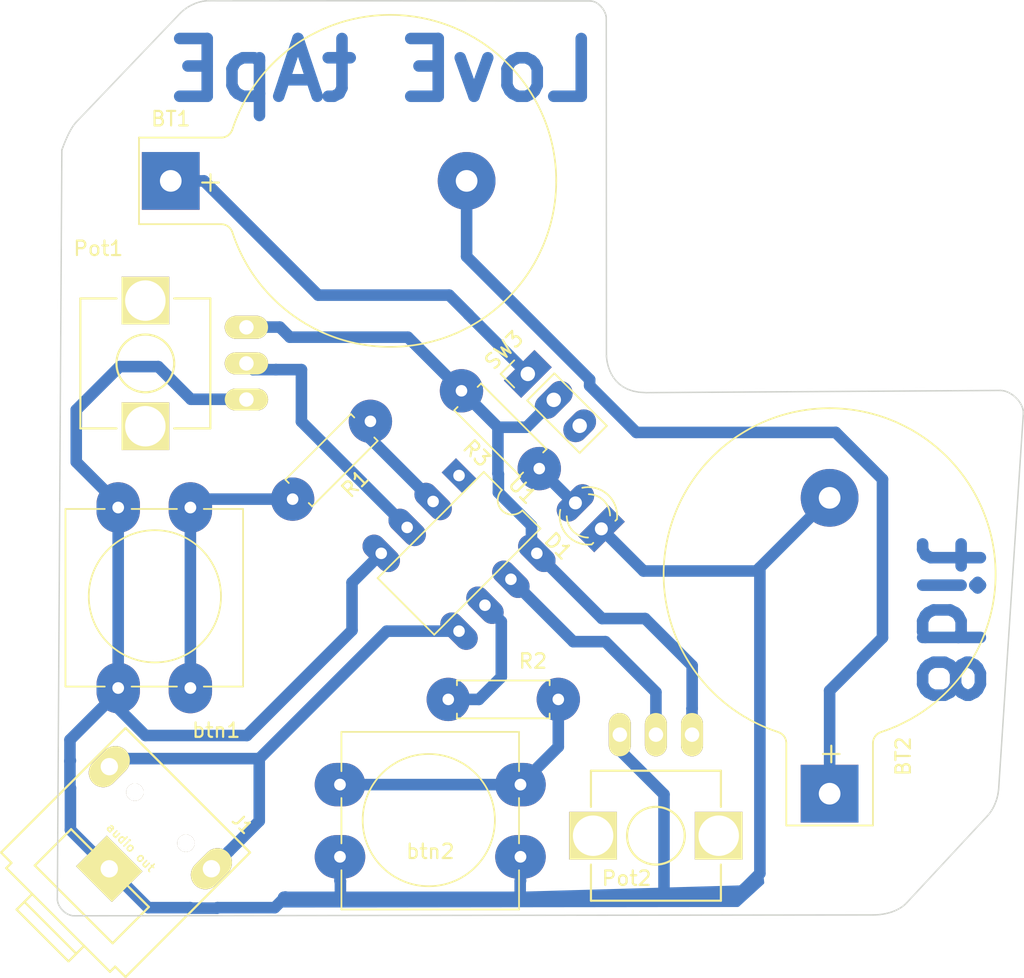
<source format=kicad_pcb>
(kicad_pcb (version 4) (host pcbnew 4.0.7+dfsg1-1)

  (general
    (links 26)
    (no_connects 1)
    (area 106.132098 66.394926 200.884438 152.429111)
    (thickness 1.6)
    (drawings 174)
    (tracks 123)
    (zones 0)
    (modules 13)
    (nets 17)
  )

  (page A4)
  (title_block
    (title 8bitLoveTape)
    (date 2018-02-20)
    (rev 0.22)
    (company "by mitoufflon")
    (comment 1 "based on 8bitMixTapeManila")
    (comment 2 "ATtiny85 one liner synth")
  )

  (layers
    (0 F.Cu signal)
    (31 B.Cu signal)
    (32 B.Adhes user)
    (33 F.Adhes user)
    (34 B.Paste user)
    (35 F.Paste user)
    (36 B.SilkS user)
    (37 F.SilkS user)
    (38 B.Mask user)
    (39 F.Mask user)
    (40 Dwgs.User user hide)
    (41 Cmts.User user)
    (42 Eco1.User user hide)
    (43 Eco2.User user hide)
    (44 Edge.Cuts user)
    (45 Margin user hide)
    (46 B.CrtYd user)
    (47 F.CrtYd user)
    (48 B.Fab user)
    (49 F.Fab user)
  )

  (setup
    (last_trace_width 0.8)
    (trace_clearance 0.8)
    (zone_clearance 0.508)
    (zone_45_only no)
    (trace_min 0.8)
    (segment_width 0.2)
    (edge_width 0.1)
    (via_size 0.6)
    (via_drill 0.4)
    (via_min_size 0.4)
    (via_min_drill 0.3)
    (uvia_size 0.3)
    (uvia_drill 0.1)
    (uvias_allowed no)
    (uvia_min_size 0.2)
    (uvia_min_drill 0.1)
    (pcb_text_width 0.3)
    (pcb_text_size 1.5 1.5)
    (mod_edge_width 0.15)
    (mod_text_size 1 1)
    (mod_text_width 0.15)
    (pad_size 3.5 3)
    (pad_drill 0.8128)
    (pad_to_mask_clearance 0)
    (aux_axis_origin 133.91 129.91)
    (visible_elements FFFFFFFF)
    (pcbplotparams
      (layerselection 0x01000_80000000)
      (usegerberextensions false)
      (excludeedgelayer true)
      (linewidth 1.000000)
      (plotframeref false)
      (viasonmask false)
      (mode 1)
      (useauxorigin true)
      (hpglpennumber 1)
      (hpglpenspeed 20)
      (hpglpendiameter 15)
      (hpglpenoverlay 2)
      (psnegative false)
      (psa4output false)
      (plotreference true)
      (plotvalue true)
      (plotinvisibletext false)
      (padsonsilk false)
      (subtractmaskfromsilk false)
      (outputformat 1)
      (mirror false)
      (drillshape 0)
      (scaleselection 1)
      (outputdirectory ../gerber_8bitLoveTape/))
  )

  (net 0 "")
  (net 1 "Net-(BT1-Pad2)")
  (net 2 VCC)
  (net 3 GND)
  (net 4 "Net-(D1-Pad2)")
  (net 5 "Net-(R1-Pad2)")
  (net 6 "Net-(R2-Pad2)")
  (net 7 "Net-(BT1-Pad1)")
  (net 8 "Net-(J1-Pad2)")
  (net 9 "Net-(R2-Pad1)")
  (net 10 "Net-(Pot1-Pad2)")
  (net 11 "Net-(Pot2-Pad2)")
  (net 12 "Net-(R1-Pad1)")
  (net 13 "Net-(J1-Pad4)")
  (net 14 "Net-(J1-Pad5)")
  (net 15 "Net-(SW3-Pad3)")
  (net 16 "Net-(U1-Pad1)")

  (net_class Default "Ceci est la Netclass par défaut"
    (clearance 0.8)
    (trace_width 0.8)
    (via_dia 0.6)
    (via_drill 0.4)
    (uvia_dia 0.3)
    (uvia_drill 0.1)
    (add_net GND)
    (add_net "Net-(BT1-Pad1)")
    (add_net "Net-(BT1-Pad2)")
    (add_net "Net-(D1-Pad2)")
    (add_net "Net-(J1-Pad2)")
    (add_net "Net-(J1-Pad4)")
    (add_net "Net-(J1-Pad5)")
    (add_net "Net-(Pot1-Pad2)")
    (add_net "Net-(Pot2-Pad2)")
    (add_net "Net-(R1-Pad1)")
    (add_net "Net-(R1-Pad2)")
    (add_net "Net-(R2-Pad1)")
    (add_net "Net-(R2-Pad2)")
    (add_net "Net-(SW3-Pad3)")
    (add_net "Net-(U1-Pad1)")
    (add_net VCC)
  )

  (net_class yo ""
    (clearance 0.6)
    (trace_width 0.8)
    (via_dia 0.6)
    (via_drill 0.4)
    (uvia_dia 0.3)
    (uvia_drill 0.1)
  )

  (module Resistors_THT:R_Axial_DIN0207_L6.3mm_D2.5mm_P7.62mm_Horizontal (layer F.Cu) (tedit 5A858326) (tstamp 5975EEEA)
    (at 155.618154 95.621846 225)
    (descr "Resistor, Axial_DIN0207 series, Axial, Horizontal, pin pitch=7.62mm, 0.25W = 1/4W, length*diameter=6.3*2.5mm^2, http://cdn-reichelt.de/documents/datenblatt/B400/1_4W%23YAG.pdf")
    (tags "Resistor Axial_DIN0207 series Axial Horizontal pin pitch 7.62mm 0.25W = 1/4W length 6.3mm diameter 2.5mm")
    (path /59480974)
    (fp_text reference R1 (at 3.81 -2.31 225) (layer F.SilkS)
      (effects (font (size 1 1) (thickness 0.15)))
    )
    (fp_text value 12K (at 3.667828 0.097403 225) (layer F.Fab)
      (effects (font (size 1 1) (thickness 0.15)))
    )
    (fp_line (start 0.66 -1.25) (end 0.66 1.25) (layer F.Fab) (width 0.1))
    (fp_line (start 0.66 1.25) (end 6.96 1.25) (layer F.Fab) (width 0.1))
    (fp_line (start 6.96 1.25) (end 6.96 -1.25) (layer F.Fab) (width 0.1))
    (fp_line (start 6.96 -1.25) (end 0.66 -1.25) (layer F.Fab) (width 0.1))
    (fp_line (start 0 0) (end 0.66 0) (layer F.Fab) (width 0.1))
    (fp_line (start 7.62 0) (end 6.96 0) (layer F.Fab) (width 0.1))
    (fp_line (start 0.6 -0.98) (end 0.6 -1.31) (layer F.SilkS) (width 0.12))
    (fp_line (start 0.6 -1.31) (end 7.02 -1.31) (layer F.SilkS) (width 0.12))
    (fp_line (start 7.02 -1.31) (end 7.02 -0.98) (layer F.SilkS) (width 0.12))
    (fp_line (start 0.6 0.98) (end 0.6 1.31) (layer F.SilkS) (width 0.12))
    (fp_line (start 0.6 1.31) (end 7.02 1.31) (layer F.SilkS) (width 0.12))
    (fp_line (start 7.02 1.31) (end 7.02 0.98) (layer F.SilkS) (width 0.12))
    (fp_line (start -1.05 -1.6) (end -1.05 1.6) (layer F.CrtYd) (width 0.05))
    (fp_line (start -1.05 1.6) (end 8.7 1.6) (layer F.CrtYd) (width 0.05))
    (fp_line (start 8.7 1.6) (end 8.7 -1.6) (layer F.CrtYd) (width 0.05))
    (fp_line (start 8.7 -1.6) (end -1.05 -1.6) (layer F.CrtYd) (width 0.05))
    (pad 1 thru_hole circle (at 0 0 225) (size 3 3) (drill 0.8) (layers *.Cu *.Mask)
      (net 12 "Net-(R1-Pad1)"))
    (pad 2 thru_hole circle (at 7.62 0 225) (size 3 3) (drill 0.8) (layers *.Cu *.Mask)
      (net 5 "Net-(R1-Pad2)"))
    (model Resistors_THT.3dshapes/R_Axial_DIN0207_L6.3mm_D2.5mm_P7.62mm_Horizontal.wrl
      (at (xyz 0 0 0))
      (scale (xyz 0.393701 0.393701 0.393701))
      (rotate (xyz 0 0 0))
    )
  )

  (module Housings_DIP:DIP-8_W7.62mm (layer F.Cu) (tedit 5A8B4FAF) (tstamp 5A5F3FA5)
    (at 161.754707 99.376142 315)
    (descr "8-lead dip package, row spacing 7.62 mm (300 mils)")
    (tags "DIL DIP PDIP 2.54mm 7.62mm 300mil")
    (path /5A5EB20B)
    (fp_text reference U1 (at 3.81 -2.39 315) (layer F.SilkS)
      (effects (font (size 1 1) (thickness 0.15)))
    )
    (fp_text value ATTINY85-20PU (at 3.86 4.9 405) (layer F.Fab)
      (effects (font (size 1 1) (thickness 0.15)))
    )
    (fp_text user %R (at 7.56 3.64 315) (layer F.Fab)
      (effects (font (size 1 1) (thickness 0.15)))
    )
    (fp_line (start 1.635 -1.27) (end 6.985 -1.27) (layer F.Fab) (width 0.1))
    (fp_line (start 6.985 -1.27) (end 6.985 8.89) (layer F.Fab) (width 0.1))
    (fp_line (start 6.985 8.89) (end 0.635 8.89) (layer F.Fab) (width 0.1))
    (fp_line (start 0.635 8.89) (end 0.635 -0.27) (layer F.Fab) (width 0.1))
    (fp_line (start 0.635 -0.27) (end 1.635 -1.27) (layer F.Fab) (width 0.1))
    (fp_line (start 2.81 -1.39) (end 1.04 -1.39) (layer F.SilkS) (width 0.12))
    (fp_line (start 1.04 -1.39) (end 1.04 9.01) (layer F.SilkS) (width 0.12))
    (fp_line (start 1.04 9.01) (end 6.58 9.01) (layer F.SilkS) (width 0.12))
    (fp_line (start 6.58 9.01) (end 6.58 -1.39) (layer F.SilkS) (width 0.12))
    (fp_line (start 6.58 -1.39) (end 4.81 -1.39) (layer F.SilkS) (width 0.12))
    (fp_line (start -1.1 -1.6) (end -1.1 9.2) (layer F.CrtYd) (width 0.05))
    (fp_line (start -1.1 9.2) (end 8.7 9.2) (layer F.CrtYd) (width 0.05))
    (fp_line (start 8.7 9.2) (end 8.7 -1.6) (layer F.CrtYd) (width 0.05))
    (fp_line (start 8.7 -1.6) (end -1.1 -1.6) (layer F.CrtYd) (width 0.05))
    (fp_arc (start 3.81 -1.39) (end 2.81 -1.39) (angle -180) (layer F.SilkS) (width 0.12))
    (pad 1 thru_hole rect (at 0 0 315) (size 2 1.4) (drill 0.8) (layers *.Cu *.Mask)
      (net 16 "Net-(U1-Pad1)"))
    (pad 5 thru_hole oval (at 7.62 7.62 315) (size 3 1.6) (drill 0.8) (layers *.Cu *.Mask)
      (net 8 "Net-(J1-Pad2)"))
    (pad 2 thru_hole oval (at 0 2.54 315) (size 3 1.6) (drill 0.8) (layers *.Cu *.Mask)
      (net 12 "Net-(R1-Pad1)"))
    (pad 6 thru_hole oval (at 7.62 5.08 315) (size 3 1.6) (drill 0.8) (layers *.Cu *.Mask)
      (net 9 "Net-(R2-Pad1)"))
    (pad 3 thru_hole oval (at 0 5.079999 315) (size 3 1.6) (drill 0.8) (layers *.Cu *.Mask)
      (net 10 "Net-(Pot1-Pad2)"))
    (pad 7 thru_hole oval (at 7.62 2.54 315) (size 3 1.6) (drill 0.8) (layers *.Cu *.Mask)
      (net 11 "Net-(Pot2-Pad2)"))
    (pad 4 thru_hole oval (at 0 7.62 315) (size 3 1.6) (drill 0.8) (layers *.Cu *.Mask)
      (net 3 GND))
    (pad 8 thru_hole oval (at 7.62 0 315) (size 3 1.6) (drill 0.8) (layers *.Cu *.Mask)
      (net 2 VCC))
    (model ${KISYS3DMOD}/Housings_DIP.3dshapes/DIP-8_W7.62mm.wrl
      (at (xyz 0 0 0))
      (scale (xyz 1 1 1))
      (rotate (xyz 0 0 0))
    )
  )

  (module lib_Moi:Tayda_3.5mm_stereo_TRS_jack_A-853 (layer F.Cu) (tedit 5A8D40F3) (tstamp 5A5F3F40)
    (at 138.660599 125.482524 135)
    (path /5A5F28BB)
    (fp_text reference J1 (at -4.318 7.112 135) (layer F.SilkS)
      (effects (font (size 0.8 0.8) (thickness 0.15)))
    )
    (fp_text value "audio out" (at 0 0.508 135) (layer F.SilkS)
      (effects (font (size 0.6 0.6) (thickness 0.1)))
    )
    (fp_line (start -1.778 -1.524) (end -3.81 -1.524) (layer F.SilkS) (width 0.15))
    (fp_line (start -3.81 -1.524) (end -3.81 -5.08) (layer F.SilkS) (width 0.15))
    (fp_line (start -3.81 -5.08) (end 3.81 -5.08) (layer F.SilkS) (width 0.15))
    (fp_line (start 3.81 -5.08) (end 3.81 -1.524) (layer F.SilkS) (width 0.15))
    (fp_line (start 3.81 -1.524) (end 1.778 -1.524) (layer F.SilkS) (width 0.15))
    (fp_line (start -5.08 -6.096) (end -6.096 -6.096) (layer F.SilkS) (width 0.15))
    (fp_line (start 6.096 -6.096) (end 5.08 -6.096) (layer F.SilkS) (width 0.15))
    (fp_line (start -2.54 -8.128) (end -2.54 -6.604) (layer F.SilkS) (width 0.15))
    (fp_line (start 2.54 -6.604) (end 2.54 -8.128) (layer F.SilkS) (width 0.15))
    (fp_line (start -2.54 -7.366) (end 2.54 -7.366) (layer F.SilkS) (width 0.15))
    (fp_line (start -5.08 -6.096) (end -5.08 -6.35) (layer F.SilkS) (width 0.15))
    (fp_line (start -5.08 -6.35) (end -5.08 -6.604) (layer F.SilkS) (width 0.15))
    (fp_line (start -5.08 -6.604) (end 5.08 -6.604) (layer F.SilkS) (width 0.15))
    (fp_line (start 5.08 -6.604) (end 5.08 -6.096) (layer F.SilkS) (width 0.15))
    (fp_line (start -2.54 -8.128) (end 2.54 -8.128) (layer F.SilkS) (width 0.15))
    (fp_line (start -6.096 6.096) (end -6.096 -6.096) (layer F.SilkS) (width 0.15))
    (fp_line (start 6.096 -6.096) (end 6.096 6.096) (layer F.SilkS) (width 0.15))
    (fp_line (start 6.096 6.096) (end -6.096 6.096) (layer F.SilkS) (width 0.15))
    (pad 1 thru_hole rect (at 0 -1.595999 135) (size 3.5 3) (drill 1.2) (layers *.Cu *.Mask F.SilkS)
      (net 3 GND))
    (pad 2 thru_hole oval (at 5 3.41 135) (size 2 3.2) (drill 1.2) (layers *.Cu *.Mask F.SilkS)
      (net 8 "Net-(J1-Pad2)"))
    (pad 3 thru_hole oval (at -5 3.41 135) (size 2 3.2) (drill 1.2) (layers *.Cu *.Mask F.SilkS)
      (net 8 "Net-(J1-Pad2)"))
    (pad 4 thru_hole circle (at 2.5 3.41 135) (size 1.2 1.2) (drill 1.2) (layers *.Cu *.Mask F.SilkS)
      (net 13 "Net-(J1-Pad4)"))
    (pad 5 thru_hole circle (at -2.5 3.41 135) (size 1.2 1.2) (drill 1.2) (layers *.Cu *.Mask F.SilkS)
      (net 14 "Net-(J1-Pad5)"))
  )

  (module Resistors_THT:R_Axial_DIN0207_L6.3mm_D2.5mm_P7.62mm_Horizontal (layer F.Cu) (tedit 5A858131) (tstamp 5975EEEF)
    (at 161.01 114.88)
    (descr "Resistor, Axial_DIN0207 series, Axial, Horizontal, pin pitch=7.62mm, 0.25W = 1/4W, length*diameter=6.3*2.5mm^2, http://cdn-reichelt.de/documents/datenblatt/B400/1_4W%23YAG.pdf")
    (tags "Resistor Axial_DIN0207 series Axial Horizontal pin pitch 7.62mm 0.25W = 1/4W length 6.3mm diameter 2.5mm")
    (path /59480951)
    (fp_text reference R2 (at 5.86 -2.65) (layer F.SilkS)
      (effects (font (size 1 1) (thickness 0.15)))
    )
    (fp_text value 12k (at 3.592616 0.212033) (layer F.Fab)
      (effects (font (size 1 1) (thickness 0.15)))
    )
    (fp_line (start 0.66 -1.25) (end 0.66 1.25) (layer F.Fab) (width 0.1))
    (fp_line (start 0.66 1.25) (end 6.96 1.25) (layer F.Fab) (width 0.1))
    (fp_line (start 6.96 1.25) (end 6.96 -1.25) (layer F.Fab) (width 0.1))
    (fp_line (start 6.96 -1.25) (end 0.66 -1.25) (layer F.Fab) (width 0.1))
    (fp_line (start 0 0) (end 0.66 0) (layer F.Fab) (width 0.1))
    (fp_line (start 7.62 0) (end 6.96 0) (layer F.Fab) (width 0.1))
    (fp_line (start 0.6 -0.98) (end 0.6 -1.31) (layer F.SilkS) (width 0.12))
    (fp_line (start 0.6 -1.31) (end 7.02 -1.31) (layer F.SilkS) (width 0.12))
    (fp_line (start 7.02 -1.31) (end 7.02 -0.98) (layer F.SilkS) (width 0.12))
    (fp_line (start 0.6 0.98) (end 0.6 1.31) (layer F.SilkS) (width 0.12))
    (fp_line (start 0.6 1.31) (end 7.02 1.31) (layer F.SilkS) (width 0.12))
    (fp_line (start 7.02 1.31) (end 7.02 0.98) (layer F.SilkS) (width 0.12))
    (fp_line (start -1.05 -1.6) (end -1.05 1.6) (layer F.CrtYd) (width 0.05))
    (fp_line (start -1.05 1.6) (end 8.7 1.6) (layer F.CrtYd) (width 0.05))
    (fp_line (start 8.7 1.6) (end 8.7 -1.6) (layer F.CrtYd) (width 0.05))
    (fp_line (start 8.7 -1.6) (end -1.05 -1.6) (layer F.CrtYd) (width 0.05))
    (pad 1 thru_hole circle (at 0 0) (size 3 3) (drill 0.8) (layers *.Cu *.Mask)
      (net 9 "Net-(R2-Pad1)"))
    (pad 2 thru_hole circle (at 7.62 0) (size 3 3) (drill 0.8) (layers *.Cu *.Mask)
      (net 6 "Net-(R2-Pad2)"))
    (model Resistors_THT.3dshapes/R_Axial_DIN0207_L6.3mm_D2.5mm_P7.62mm_Horizontal.wrl
      (at (xyz 0 0 0))
      (scale (xyz 0.393701 0.393701 0.393701))
      (rotate (xyz 0 0 0))
    )
  )

  (module Resistors_THT:R_Axial_DIN0207_L6.3mm_D2.5mm_P7.62mm_Horizontal (layer F.Cu) (tedit 5A858113) (tstamp 5975EEF4)
    (at 167.312566 98.895309 135)
    (descr "Resistor, Axial_DIN0207 series, Axial, Horizontal, pin pitch=7.62mm, 0.25W = 1/4W, length*diameter=6.3*2.5mm^2, http://cdn-reichelt.de/documents/datenblatt/B400/1_4W%23YAG.pdf")
    (tags "Resistor Axial_DIN0207 series Axial Horizontal pin pitch 7.62mm 0.25W = 1/4W length 6.3mm diameter 2.5mm")
    (path /596E3C0D)
    (fp_text reference R3 (at 3.81 -2.31 135) (layer F.SilkS)
      (effects (font (size 1 1) (thickness 0.15)))
    )
    (fp_text value R (at 4.580549 -0.104126 135) (layer F.Fab)
      (effects (font (size 1 1) (thickness 0.15)))
    )
    (fp_line (start 0.66 -1.25) (end 0.66 1.25) (layer F.Fab) (width 0.1))
    (fp_line (start 0.66 1.25) (end 6.96 1.25) (layer F.Fab) (width 0.1))
    (fp_line (start 6.96 1.25) (end 6.96 -1.25) (layer F.Fab) (width 0.1))
    (fp_line (start 6.96 -1.25) (end 0.66 -1.25) (layer F.Fab) (width 0.1))
    (fp_line (start 0 0) (end 0.66 0) (layer F.Fab) (width 0.1))
    (fp_line (start 7.62 0) (end 6.96 0) (layer F.Fab) (width 0.1))
    (fp_line (start 0.6 -0.98) (end 0.6 -1.31) (layer F.SilkS) (width 0.12))
    (fp_line (start 0.6 -1.31) (end 7.02 -1.31) (layer F.SilkS) (width 0.12))
    (fp_line (start 7.02 -1.31) (end 7.02 -0.98) (layer F.SilkS) (width 0.12))
    (fp_line (start 0.6 0.98) (end 0.6 1.31) (layer F.SilkS) (width 0.12))
    (fp_line (start 0.6 1.31) (end 7.02 1.31) (layer F.SilkS) (width 0.12))
    (fp_line (start 7.02 1.31) (end 7.02 0.98) (layer F.SilkS) (width 0.12))
    (fp_line (start -1.05 -1.6) (end -1.05 1.6) (layer F.CrtYd) (width 0.05))
    (fp_line (start -1.05 1.6) (end 8.7 1.6) (layer F.CrtYd) (width 0.05))
    (fp_line (start 8.7 1.6) (end 8.7 -1.6) (layer F.CrtYd) (width 0.05))
    (fp_line (start 8.7 -1.6) (end -1.05 -1.6) (layer F.CrtYd) (width 0.05))
    (pad 1 thru_hole circle (at 0 0 135) (size 3 3) (drill 0.8) (layers *.Cu *.Mask)
      (net 4 "Net-(D1-Pad2)"))
    (pad 2 thru_hole circle (at 7.62 0 135) (size 3 3) (drill 0.8) (layers *.Cu *.Mask)
      (net 2 VCC))
    (model Resistors_THT.3dshapes/R_Axial_DIN0207_L6.3mm_D2.5mm_P7.62mm_Horizontal.wrl
      (at (xyz 0 0 0))
      (scale (xyz 0.393701 0.393701 0.393701))
      (rotate (xyz 0 0 0))
    )
  )

  (module LEDs:LED_D3.0mm_FlatTop (layer F.Cu) (tedit 5A858602) (tstamp 596E4261)
    (at 171.611775 103.067239 135)
    (descr "LED, Round, FlatTop, diameter 3.0mm, 2 pins, http://www.kingbright.com/attachments/file/psearch/000/00/00/L-47XEC(Ver.9A).pdf")
    (tags "LED Round FlatTop diameter 3.0mm 2 pins")
    (path /596E382E)
    (fp_text reference D1 (at 1.27 -2.96 135) (layer F.SilkS)
      (effects (font (size 1 1) (thickness 0.15)))
    )
    (fp_text value LED (at 1.27 2.96 135) (layer F.Fab)
      (effects (font (size 1 1) (thickness 0.15)))
    )
    (fp_arc (start 1.27 0) (end -0.23 -1.16619) (angle 284.3) (layer F.Fab) (width 0.1))
    (fp_arc (start 1.27 0) (end -0.29 -1.235516) (angle 108.8) (layer F.SilkS) (width 0.12))
    (fp_arc (start 1.27 0) (end -0.29 1.235516) (angle -108.8) (layer F.SilkS) (width 0.12))
    (fp_arc (start 1.27 0) (end 0.229039 -1.08) (angle 87.9) (layer F.SilkS) (width 0.12))
    (fp_arc (start 1.27 0) (end 0.229039 1.08) (angle -87.9) (layer F.SilkS) (width 0.12))
    (fp_circle (center 1.27 0) (end 2.77 0) (layer F.Fab) (width 0.1))
    (fp_line (start -0.23 -1.16619) (end -0.23 1.16619) (layer F.Fab) (width 0.1))
    (fp_line (start -0.29 -1.236) (end -0.29 -1.08) (layer F.SilkS) (width 0.12))
    (fp_line (start -0.29 1.08) (end -0.29 1.236) (layer F.SilkS) (width 0.12))
    (fp_line (start -1.15 -2.25) (end -1.15 2.25) (layer F.CrtYd) (width 0.05))
    (fp_line (start -1.15 2.25) (end 3.7 2.25) (layer F.CrtYd) (width 0.05))
    (fp_line (start 3.7 2.25) (end 3.7 -2.25) (layer F.CrtYd) (width 0.05))
    (fp_line (start 3.7 -2.25) (end -1.15 -2.25) (layer F.CrtYd) (width 0.05))
    (pad 1 thru_hole rect (at 0 0 135) (size 1.6 3) (drill 0.9) (layers *.Cu *.Mask)
      (net 3 GND))
    (pad 2 thru_hole oval (at 2.54 0 135) (size 1.6 3) (drill 0.9) (layers *.Cu *.Mask)
      (net 4 "Net-(D1-Pad2)"))
    (model LEDs.3dshapes/LED_D3.0mm_FlatTop.wrl
      (at (xyz 0 0 0))
      (scale (xyz 0.393701 0.393701 0.393701))
      (rotate (xyz 0 0 0))
    )
  )

  (module Battery_Holders:Keystone_103_1x20mm-CoinCell (layer F.Cu) (tedit 5A857FF9) (tstamp 5A857340)
    (at 141.79 78.97)
    (descr http://www.keyelco.com/product-pdf.cfm?p=719)
    (tags "Keystone type 103 battery holder")
    (path /59480758)
    (fp_text reference BT1 (at 0 -4.3) (layer F.SilkS)
      (effects (font (size 1 1) (thickness 0.15)))
    )
    (fp_text value Battery_Cell (at 15.33 3.51) (layer F.Fab)
      (effects (font (size 1 1) (thickness 0.15)))
    )
    (fp_text user + (at 2.75 0) (layer F.SilkS)
      (effects (font (size 1.5 1.5) (thickness 0.15)))
    )
    (fp_arc (start 15.2 0) (end 4.015 3.6) (angle -162.5) (layer F.CrtYd) (width 0.05))
    (fp_arc (start 15.2 0) (end 4.015 -3.6) (angle 162.5) (layer F.CrtYd) (width 0.05))
    (fp_arc (start 3.5 3.8) (end 3.5 3.25) (angle 70) (layer F.CrtYd) (width 0.05))
    (fp_arc (start 3.5 -3.8) (end 3.5 -3.25) (angle -70) (layer F.CrtYd) (width 0.05))
    (fp_arc (start 15.2 0) (end 4.25 3.5) (angle -162.5) (layer F.SilkS) (width 0.12))
    (fp_arc (start 3.5 3.8) (end 3.5 3) (angle 70) (layer F.SilkS) (width 0.12))
    (fp_arc (start 15.2 0) (end 4.25 -3.5) (angle 162.5) (layer F.SilkS) (width 0.12))
    (fp_arc (start 3.5 -3.8) (end 3.5 -3) (angle -70) (layer F.SilkS) (width 0.12))
    (fp_arc (start 3.5 3.8) (end 3.5 2.9) (angle 70) (layer F.Fab) (width 0.1))
    (fp_arc (start 15.2 0) (end 4.35 3.5) (angle -162.5) (layer F.Fab) (width 0.1))
    (fp_arc (start 15.2 0) (end 4.35 -3.5) (angle 162.5) (layer F.Fab) (width 0.1))
    (fp_arc (start 15.2 0) (end 5.2 1.3) (angle -180) (layer F.Fab) (width 0.1))
    (fp_line (start -2.45 -3.25) (end 3.5 -3.25) (layer F.CrtYd) (width 0.05))
    (fp_line (start -2.45 3.25) (end 3.5 3.25) (layer F.CrtYd) (width 0.05))
    (fp_line (start -2.45 3.25) (end -2.45 -3.25) (layer F.CrtYd) (width 0.05))
    (fp_line (start -2.2 -3) (end 3.5 -3) (layer F.SilkS) (width 0.12))
    (fp_line (start -2.2 3) (end -2.2 -3) (layer F.SilkS) (width 0.12))
    (fp_line (start -2.2 3) (end 3.5 3) (layer F.SilkS) (width 0.12))
    (fp_arc (start 15.2 0) (end 9 1.3) (angle -170) (layer F.Fab) (width 0.1))
    (fp_arc (start 15.2 0) (end 13.3 1.3) (angle -150) (layer F.Fab) (width 0.1))
    (fp_line (start 23.5712 7.7216) (end 22.6568 6.8834) (layer F.Fab) (width 0.1))
    (fp_line (start 23.5712 -7.7216) (end 22.6314 -6.858) (layer F.Fab) (width 0.1))
    (fp_arc (start 15.2 0) (end 13.3 -1.3) (angle 150) (layer F.Fab) (width 0.1))
    (fp_arc (start 15.2 0) (end 9 -1.3) (angle 170) (layer F.Fab) (width 0.1))
    (fp_arc (start 15.2 0) (end 5.2 -1.3) (angle 180) (layer F.Fab) (width 0.1))
    (fp_line (start 3.5306 -2.9) (end -1.7 -2.9) (layer F.Fab) (width 0.1))
    (fp_line (start -1.7 2.9) (end 3.5306 2.9) (layer F.Fab) (width 0.1))
    (fp_line (start -2.1 -2.5) (end -2.1 2.5) (layer F.Fab) (width 0.1))
    (fp_line (start 0 1.3) (end 16.2 1.3) (layer F.Fab) (width 0.1))
    (fp_line (start 16.2 -1.3) (end 0 -1.3) (layer F.Fab) (width 0.1))
    (fp_arc (start 3.5 -3.8) (end 3.5 -2.9) (angle -70) (layer F.Fab) (width 0.1))
    (fp_arc (start 16.2 0) (end 16.2 -1.3) (angle 180) (layer F.Fab) (width 0.1))
    (fp_line (start 0 -1.3) (end 0 1.3) (layer F.Fab) (width 0.1))
    (fp_arc (start -1.7 2.5) (end -2.1 2.5) (angle -90) (layer F.Fab) (width 0.1))
    (fp_arc (start -1.7 -2.5) (end -2.1 -2.5) (angle 90) (layer F.Fab) (width 0.1))
    (pad 2 thru_hole circle (at 20.49 0) (size 4 4) (drill 1.5) (layers *.Cu *.Mask)
      (net 1 "Net-(BT1-Pad2)"))
    (pad 1 thru_hole rect (at 0 0) (size 4 4) (drill 1.5) (layers *.Cu *.Mask)
      (net 7 "Net-(BT1-Pad1)"))
    (model Battery_Holders.3dshapes/Keystone_103_1x20mm-CoinCell.wrl
      (at (xyz 0.6 0 0))
      (scale (xyz 1 1 1))
      (rotate (xyz 0 0 180))
    )
  )

  (module Battery_Holders:Keystone_103_1x20mm-CoinCell (layer F.Cu) (tedit 5A857FE9) (tstamp 5A857369)
    (at 187.42 121.41 90)
    (descr http://www.keyelco.com/product-pdf.cfm?p=719)
    (tags "Keystone type 103 battery holder")
    (path /596E2A11)
    (fp_text reference BT2 (at 2.59 5.1 90) (layer F.SilkS)
      (effects (font (size 1 1) (thickness 0.15)))
    )
    (fp_text value Battery_Cell (at 14.63 7.76 90) (layer F.Fab)
      (effects (font (size 1 1) (thickness 0.15)))
    )
    (fp_text user + (at 2.75 0 90) (layer F.SilkS)
      (effects (font (size 1.5 1.5) (thickness 0.15)))
    )
    (fp_arc (start 15.2 0) (end 4.015 3.6) (angle -162.5) (layer F.CrtYd) (width 0.05))
    (fp_arc (start 15.2 0) (end 4.015 -3.6) (angle 162.5) (layer F.CrtYd) (width 0.05))
    (fp_arc (start 3.5 3.8) (end 3.5 3.25) (angle 70) (layer F.CrtYd) (width 0.05))
    (fp_arc (start 3.5 -3.8) (end 3.5 -3.25) (angle -70) (layer F.CrtYd) (width 0.05))
    (fp_arc (start 15.2 0) (end 4.25 3.5) (angle -162.5) (layer F.SilkS) (width 0.12))
    (fp_arc (start 3.5 3.8) (end 3.5 3) (angle 70) (layer F.SilkS) (width 0.12))
    (fp_arc (start 15.2 0) (end 4.25 -3.5) (angle 162.5) (layer F.SilkS) (width 0.12))
    (fp_arc (start 3.5 -3.8) (end 3.5 -3) (angle -70) (layer F.SilkS) (width 0.12))
    (fp_arc (start 3.5 3.8) (end 3.5 2.9) (angle 70) (layer F.Fab) (width 0.1))
    (fp_arc (start 15.2 0) (end 4.35 3.5) (angle -162.5) (layer F.Fab) (width 0.1))
    (fp_arc (start 15.2 0) (end 4.35 -3.5) (angle 162.5) (layer F.Fab) (width 0.1))
    (fp_arc (start 15.2 0) (end 5.2 1.3) (angle -180) (layer F.Fab) (width 0.1))
    (fp_line (start -2.45 -3.25) (end 3.5 -3.25) (layer F.CrtYd) (width 0.05))
    (fp_line (start -2.45 3.25) (end 3.5 3.25) (layer F.CrtYd) (width 0.05))
    (fp_line (start -2.45 3.25) (end -2.45 -3.25) (layer F.CrtYd) (width 0.05))
    (fp_line (start -2.2 -3) (end 3.5 -3) (layer F.SilkS) (width 0.12))
    (fp_line (start -2.2 3) (end -2.2 -3) (layer F.SilkS) (width 0.12))
    (fp_line (start -2.2 3) (end 3.5 3) (layer F.SilkS) (width 0.12))
    (fp_arc (start 15.2 0) (end 9 1.3) (angle -170) (layer F.Fab) (width 0.1))
    (fp_arc (start 15.2 0) (end 13.3 1.3) (angle -150) (layer F.Fab) (width 0.1))
    (fp_line (start 23.5712 7.7216) (end 22.6568 6.8834) (layer F.Fab) (width 0.1))
    (fp_line (start 23.5712 -7.7216) (end 22.6314 -6.858) (layer F.Fab) (width 0.1))
    (fp_arc (start 15.2 0) (end 13.3 -1.3) (angle 150) (layer F.Fab) (width 0.1))
    (fp_arc (start 15.2 0) (end 9 -1.3) (angle 170) (layer F.Fab) (width 0.1))
    (fp_arc (start 15.2 0) (end 5.2 -1.3) (angle 180) (layer F.Fab) (width 0.1))
    (fp_line (start 3.5306 -2.9) (end -1.7 -2.9) (layer F.Fab) (width 0.1))
    (fp_line (start -1.7 2.9) (end 3.5306 2.9) (layer F.Fab) (width 0.1))
    (fp_line (start -2.1 -2.5) (end -2.1 2.5) (layer F.Fab) (width 0.1))
    (fp_line (start 0 1.3) (end 16.2 1.3) (layer F.Fab) (width 0.1))
    (fp_line (start 16.2 -1.3) (end 0 -1.3) (layer F.Fab) (width 0.1))
    (fp_arc (start 3.5 -3.8) (end 3.5 -2.9) (angle -70) (layer F.Fab) (width 0.1))
    (fp_arc (start 16.2 0) (end 16.2 -1.3) (angle 180) (layer F.Fab) (width 0.1))
    (fp_line (start 0 -1.3) (end 0 1.3) (layer F.Fab) (width 0.1))
    (fp_arc (start -1.7 2.5) (end -2.1 2.5) (angle -90) (layer F.Fab) (width 0.1))
    (fp_arc (start -1.7 -2.5) (end -2.1 -2.5) (angle 90) (layer F.Fab) (width 0.1))
    (pad 2 thru_hole circle (at 20.49 0 90) (size 4 4) (drill 1.5) (layers *.Cu *.Mask)
      (net 3 GND))
    (pad 1 thru_hole rect (at 0 0 90) (size 4 4) (drill 1.5) (layers *.Cu *.Mask)
      (net 1 "Net-(BT1-Pad2)"))
    (model Battery_Holders.3dshapes/Keystone_103_1x20mm-CoinCell.wrl
      (at (xyz 0.6 0 0))
      (scale (xyz 1 1 1))
      (rotate (xyz 0 0 180))
    )
  )

  (module Pin_Headers:Pin_Header_Straight_1x03_Pitch2.54mm (layer F.Cu) (tedit 5A85833F) (tstamp 5A85759B)
    (at 166.517898 92.337898 45)
    (descr "Through hole straight pin header, 1x03, 2.54mm pitch, single row")
    (tags "Through hole pin header THT 1x03 2.54mm single row")
    (path /5A79CAF2)
    (fp_text reference SW3 (at 0 -2.33 45) (layer F.SilkS)
      (effects (font (size 1 1) (thickness 0.15)))
    )
    (fp_text value On-Off (at 2.701148 1.120201 315) (layer F.Fab)
      (effects (font (size 1 1) (thickness 0.15)))
    )
    (fp_line (start -0.635 -1.27) (end 1.27 -1.27) (layer F.Fab) (width 0.1))
    (fp_line (start 1.27 -1.27) (end 1.27 6.35) (layer F.Fab) (width 0.1))
    (fp_line (start 1.27 6.35) (end -1.27 6.35) (layer F.Fab) (width 0.1))
    (fp_line (start -1.27 6.35) (end -1.27 -0.635) (layer F.Fab) (width 0.1))
    (fp_line (start -1.27 -0.635) (end -0.635 -1.27) (layer F.Fab) (width 0.1))
    (fp_line (start -1.33 6.41) (end 1.33 6.41) (layer F.SilkS) (width 0.12))
    (fp_line (start -1.33 1.27) (end -1.33 6.41) (layer F.SilkS) (width 0.12))
    (fp_line (start 1.33 1.27) (end 1.33 6.41) (layer F.SilkS) (width 0.12))
    (fp_line (start -1.33 1.27) (end 1.33 1.27) (layer F.SilkS) (width 0.12))
    (fp_line (start -1.33 0) (end -1.33 -1.33) (layer F.SilkS) (width 0.12))
    (fp_line (start -1.33 -1.33) (end 0 -1.33) (layer F.SilkS) (width 0.12))
    (fp_line (start -1.8 -1.8) (end -1.8 6.85) (layer F.CrtYd) (width 0.05))
    (fp_line (start -1.8 6.85) (end 1.8 6.85) (layer F.CrtYd) (width 0.05))
    (fp_line (start 1.8 6.85) (end 1.8 -1.8) (layer F.CrtYd) (width 0.05))
    (fp_line (start 1.8 -1.8) (end -1.8 -1.8) (layer F.CrtYd) (width 0.05))
    (fp_text user %R (at 0.86267 2.746547 135) (layer F.Fab)
      (effects (font (size 1 1) (thickness 0.15)))
    )
    (pad 1 thru_hole rect (at 0 0 45) (size 3 1.7) (drill 1) (layers *.Cu *.Mask)
      (net 7 "Net-(BT1-Pad1)"))
    (pad 2 thru_hole oval (at 0 2.54 45) (size 3 1.7) (drill 1) (layers *.Cu *.Mask)
      (net 2 VCC))
    (pad 3 thru_hole oval (at 0 5.079999 45) (size 2.5 1.7) (drill 1) (layers *.Cu *.Mask)
      (net 15 "Net-(SW3-Pad3)"))
    (model ${KISYS3DMOD}/Pin_Headers.3dshapes/Pin_Header_Straight_1x03_Pitch2.54mm.wrl
      (at (xyz 0 0 0))
      (scale (xyz 1 1 1))
      (rotate (xyz 0 0 0))
    )
  )

  (module Buttons_Switches_THT:SW_PUSH-12mm (layer F.Cu) (tedit 5A8D42EA) (tstamp 5A8B4BB1)
    (at 138.15 114.09 90)
    (descr "SW PUSH 12mm https://www.e-switch.com/system/asset/product_line/data_sheet/143/TL1100.pdf")
    (tags "tact sw push 12mm")
    (path /594808FA)
    (fp_text reference btn1 (at -2.93 6.79 180) (layer F.SilkS)
      (effects (font (size 1 1) (thickness 0.15)))
    )
    (fp_text value SW_PUSH (at 6.62 9.93 90) (layer F.Fab)
      (effects (font (size 1 1) (thickness 0.15)))
    )
    (fp_line (start 0.25 8.5) (end 12.25 8.5) (layer F.Fab) (width 0.1))
    (fp_line (start 0.25 -3.5) (end 12.25 -3.5) (layer F.Fab) (width 0.1))
    (fp_line (start 12.25 -3.5) (end 12.25 8.5) (layer F.Fab) (width 0.1))
    (fp_text user %R (at 6.35 2.54 90) (layer F.Fab)
      (effects (font (size 1 1) (thickness 0.15)))
    )
    (fp_line (start 0.1 -3.65) (end 12.4 -3.65) (layer F.SilkS) (width 0.12))
    (fp_line (start 12.4 0.93) (end 12.4 4.07) (layer F.SilkS) (width 0.12))
    (fp_line (start 12.4 8.65) (end 0.1 8.65) (layer F.SilkS) (width 0.12))
    (fp_line (start 0.1 -0.93) (end 0.1 -3.65) (layer F.SilkS) (width 0.12))
    (fp_line (start -1.77 -3.75) (end 14.25 -3.75) (layer F.CrtYd) (width 0.05))
    (fp_line (start -1.77 -3.75) (end -1.77 8.75) (layer F.CrtYd) (width 0.05))
    (fp_line (start 14.25 8.75) (end 14.25 -3.75) (layer F.CrtYd) (width 0.05))
    (fp_line (start 14.25 8.75) (end -1.77 8.75) (layer F.CrtYd) (width 0.05))
    (fp_circle (center 6.35 2.54) (end 10.16 5.08) (layer F.SilkS) (width 0.12))
    (fp_line (start 0.25 -3.5) (end 0.25 8.5) (layer F.Fab) (width 0.1))
    (fp_line (start 0.1 8.65) (end 0.1 5.93) (layer F.SilkS) (width 0.12))
    (fp_line (start 0.1 4.07) (end 0.1 0.93) (layer F.SilkS) (width 0.12))
    (fp_line (start 12.4 5.93) (end 12.4 8.65) (layer F.SilkS) (width 0.12))
    (fp_line (start 12.4 -3.65) (end 12.4 -0.93) (layer F.SilkS) (width 0.12))
    (pad 1 thru_hole oval (at 12.5 0 90) (size 3.5 3) (drill 0.8128) (layers *.Cu *.Mask)
      (net 3 GND))
    (pad 2 thru_hole oval (at 12.5 5 90) (size 3.5 3) (drill 0.8128) (layers *.Cu *.Mask)
      (net 5 "Net-(R1-Pad2)"))
    (pad 1 thru_hole oval (at 0 0 90) (size 3.5 3) (drill 0.8128) (layers *.Cu *.Mask)
      (net 3 GND))
    (pad 2 thru_hole oval (at 0 5 90) (size 3.5 3) (drill 0.8128) (layers *.Cu *.Mask)
      (net 5 "Net-(R1-Pad2)"))
    (model ${KISYS3DMOD}/Buttons_Switches_THT.3dshapes/SW_PUSH-12mm.wrl
      (at (xyz 0.248 -0.1 0))
      (scale (xyz 3.93701 3.93701 3.93701))
      (rotate (xyz 0 0 0))
    )
  )

  (module Buttons_Switches_THT:SW_PUSH-12mm (layer F.Cu) (tedit 5A8D42B1) (tstamp 5A8B4BCB)
    (at 166.01 125.78 180)
    (descr "SW PUSH 12mm https://www.e-switch.com/system/asset/product_line/data_sheet/143/TL1100.pdf")
    (tags "tact sw push 12mm")
    (path /59480899)
    (fp_text reference btn2 (at 6.24 0.37 180) (layer F.SilkS)
      (effects (font (size 1 1) (thickness 0.15)))
    )
    (fp_text value SW_PUSH (at 10.05 9.84 180) (layer F.Fab)
      (effects (font (size 1 1) (thickness 0.15)))
    )
    (fp_line (start 0.25 8.5) (end 12.25 8.5) (layer F.Fab) (width 0.1))
    (fp_line (start 0.25 -3.5) (end 12.25 -3.5) (layer F.Fab) (width 0.1))
    (fp_line (start 12.25 -3.5) (end 12.25 8.5) (layer F.Fab) (width 0.1))
    (fp_text user %R (at 6.35 2.54 180) (layer F.Fab)
      (effects (font (size 1 1) (thickness 0.15)))
    )
    (fp_line (start 0.1 -3.65) (end 12.4 -3.65) (layer F.SilkS) (width 0.12))
    (fp_line (start 12.4 0.93) (end 12.4 4.07) (layer F.SilkS) (width 0.12))
    (fp_line (start 12.4 8.65) (end 0.1 8.65) (layer F.SilkS) (width 0.12))
    (fp_line (start 0.1 -0.93) (end 0.1 -3.65) (layer F.SilkS) (width 0.12))
    (fp_line (start -1.77 -3.75) (end 14.25 -3.75) (layer F.CrtYd) (width 0.05))
    (fp_line (start -1.77 -3.75) (end -1.77 8.75) (layer F.CrtYd) (width 0.05))
    (fp_line (start 14.25 8.75) (end 14.25 -3.75) (layer F.CrtYd) (width 0.05))
    (fp_line (start 14.25 8.75) (end -1.77 8.75) (layer F.CrtYd) (width 0.05))
    (fp_circle (center 6.35 2.54) (end 10.16 5.08) (layer F.SilkS) (width 0.12))
    (fp_line (start 0.25 -3.5) (end 0.25 8.5) (layer F.Fab) (width 0.1))
    (fp_line (start 0.1 8.65) (end 0.1 5.93) (layer F.SilkS) (width 0.12))
    (fp_line (start 0.1 4.07) (end 0.1 0.93) (layer F.SilkS) (width 0.12))
    (fp_line (start 12.4 5.93) (end 12.4 8.65) (layer F.SilkS) (width 0.12))
    (fp_line (start 12.4 -3.65) (end 12.4 -0.93) (layer F.SilkS) (width 0.12))
    (pad 1 thru_hole oval (at 12.5 0 180) (size 3.5 3) (drill 0.8128) (layers *.Cu *.Mask)
      (net 3 GND))
    (pad 2 thru_hole oval (at 12.5 5 180) (size 3.5 3) (drill 0.8128) (layers *.Cu *.Mask)
      (net 6 "Net-(R2-Pad2)"))
    (pad 1 thru_hole oval (at 0 0 180) (size 3.5 3) (drill 0.8128) (layers *.Cu *.Mask)
      (net 3 GND))
    (pad 2 thru_hole oval (at 0 5 180) (size 3.5 3) (drill 0.8128) (layers *.Cu *.Mask)
      (net 6 "Net-(R2-Pad2)"))
    (model ${KISYS3DMOD}/Buttons_Switches_THT.3dshapes/SW_PUSH-12mm.wrl
      (at (xyz 0.248 -0.1 0))
      (scale (xyz 3.93701 3.93701 3.93701))
      (rotate (xyz 0 0 0))
    )
  )

  (module Potentiometers:Potentiometer_Alpha-RV09 (layer F.Cu) (tedit 5A8B4F2F) (tstamp 5A8B4BEB)
    (at 147.03 94.11 180)
    (descr "9mm insulated shaft potentiometer")
    (tags "Potentiometer Alpha Pot 9mm RV09")
    (path /594806A1)
    (fp_text reference Pot1 (at 10.26 10.46 360) (layer F.SilkS)
      (effects (font (size 1 1) (thickness 0.15)))
    )
    (fp_text value "10K lin" (at 4.77 10.2 180) (layer F.Fab)
      (effects (font (size 1 1) (thickness 0.15)))
    )
    (fp_line (start 2 -2.5) (end 2 -1) (layer F.CrtYd) (width 0.05))
    (fp_line (start 5 -4) (end 9 -4) (layer F.CrtYd) (width 0.05))
    (fp_line (start 5 -4) (end 5 -2.5) (layer F.CrtYd) (width 0.05))
    (fp_line (start 5 -2.5) (end 2 -2.5) (layer F.CrtYd) (width 0.05))
    (fp_line (start -1 -1) (end 2 -1) (layer F.CrtYd) (width 0.05))
    (fp_line (start 9 -4) (end 9 -2.5) (layer F.CrtYd) (width 0.05))
    (fp_line (start 9 -2.5) (end 12 -2.5) (layer F.CrtYd) (width 0.05))
    (fp_line (start 12 -2.5) (end 12 7.5) (layer F.CrtYd) (width 0.05))
    (fp_line (start 12 7.5) (end 9 7.5) (layer F.CrtYd) (width 0.05))
    (fp_line (start 9 7.5) (end 9 9) (layer F.CrtYd) (width 0.05))
    (fp_line (start 9 9) (end 5 9) (layer F.CrtYd) (width 0.05))
    (fp_line (start 5 9) (end 5 7.5) (layer F.CrtYd) (width 0.05))
    (fp_line (start 5 7.5) (end 2 7.5) (layer F.CrtYd) (width 0.05))
    (fp_line (start 2 7.5) (end 2 6) (layer F.CrtYd) (width 0.05))
    (fp_line (start 2 6) (end -1 6) (layer F.CrtYd) (width 0.05))
    (fp_line (start -1 6) (end -1 -1) (layer F.CrtYd) (width 0.05))
    (fp_line (start 11.5 7) (end 9 7) (layer F.SilkS) (width 0.15))
    (fp_line (start 5 7) (end 2.5 7) (layer F.SilkS) (width 0.15))
    (fp_line (start 5 -2) (end 2.5 -2) (layer F.SilkS) (width 0.15))
    (fp_line (start 11.5 -2) (end 9 -2) (layer F.SilkS) (width 0.15))
    (fp_line (start 2.5 -2) (end 2.5 7) (layer F.SilkS) (width 0.15))
    (fp_line (start 11.5 -2) (end 11.5 7) (layer F.SilkS) (width 0.15))
    (fp_circle (center 7 2.5) (end 9 2.5) (layer F.SilkS) (width 0.15))
    (pad 1 thru_hole oval (at 0 0 90) (size 1.524 3) (drill 1) (layers *.Cu *.Mask F.SilkS)
      (net 3 GND))
    (pad 2 thru_hole oval (at 0 2.5 90) (size 1.524 3) (drill 1) (layers *.Cu *.Mask F.SilkS)
      (net 10 "Net-(Pot1-Pad2)"))
    (pad 3 thru_hole oval (at 0 5 90) (size 1.6 3) (drill 1) (layers *.Cu *.Mask F.SilkS)
      (net 2 VCC))
    (pad 4 thru_hole rect (at 7 -1.85 90) (size 3.3 3.3) (drill 2.8) (layers *.Cu *.Mask F.SilkS))
    (pad 5 thru_hole rect (at 7 6.85 90) (size 3.3 3.3) (drill 2.8) (layers *.Cu *.Mask F.SilkS))
  )

  (module Potentiometers:Potentiometer_Alpha-RV09 (layer F.Cu) (tedit 5A8B4F62) (tstamp 5A8B4C0B)
    (at 177.89 117.32 270)
    (descr "9mm insulated shaft potentiometer")
    (tags "Potentiometer Alpha Pot 9mm RV09")
    (path /59480680)
    (fp_text reference Pot2 (at 9.95 4.53 540) (layer F.SilkS)
      (effects (font (size 1 1) (thickness 0.15)))
    )
    (fp_text value "10k lin" (at 3.77 2.57 360) (layer F.Fab)
      (effects (font (size 1 1) (thickness 0.15)))
    )
    (fp_line (start 2 -2.5) (end 2 -1) (layer F.CrtYd) (width 0.05))
    (fp_line (start 5 -4) (end 9 -4) (layer F.CrtYd) (width 0.05))
    (fp_line (start 5 -4) (end 5 -2.5) (layer F.CrtYd) (width 0.05))
    (fp_line (start 5 -2.5) (end 2 -2.5) (layer F.CrtYd) (width 0.05))
    (fp_line (start -1 -1) (end 2 -1) (layer F.CrtYd) (width 0.05))
    (fp_line (start 9 -4) (end 9 -2.5) (layer F.CrtYd) (width 0.05))
    (fp_line (start 9 -2.5) (end 12 -2.5) (layer F.CrtYd) (width 0.05))
    (fp_line (start 12 -2.5) (end 12 7.5) (layer F.CrtYd) (width 0.05))
    (fp_line (start 12 7.5) (end 9 7.5) (layer F.CrtYd) (width 0.05))
    (fp_line (start 9 7.5) (end 9 9) (layer F.CrtYd) (width 0.05))
    (fp_line (start 9 9) (end 5 9) (layer F.CrtYd) (width 0.05))
    (fp_line (start 5 9) (end 5 7.5) (layer F.CrtYd) (width 0.05))
    (fp_line (start 5 7.5) (end 2 7.5) (layer F.CrtYd) (width 0.05))
    (fp_line (start 2 7.5) (end 2 6) (layer F.CrtYd) (width 0.05))
    (fp_line (start 2 6) (end -1 6) (layer F.CrtYd) (width 0.05))
    (fp_line (start -1 6) (end -1 -1) (layer F.CrtYd) (width 0.05))
    (fp_line (start 11.5 7) (end 9 7) (layer F.SilkS) (width 0.15))
    (fp_line (start 5 7) (end 2.5 7) (layer F.SilkS) (width 0.15))
    (fp_line (start 5 -2) (end 2.5 -2) (layer F.SilkS) (width 0.15))
    (fp_line (start 11.5 -2) (end 9 -2) (layer F.SilkS) (width 0.15))
    (fp_line (start 2.5 -2) (end 2.5 7) (layer F.SilkS) (width 0.15))
    (fp_line (start 11.5 -2) (end 11.5 7) (layer F.SilkS) (width 0.15))
    (fp_circle (center 7 2.5) (end 9 2.5) (layer F.SilkS) (width 0.15))
    (pad 1 thru_hole oval (at 0 0 180) (size 1.524 3) (drill 1) (layers *.Cu *.Mask F.SilkS)
      (net 2 VCC))
    (pad 2 thru_hole oval (at 0 2.5 180) (size 1.524 3) (drill 1) (layers *.Cu *.Mask F.SilkS)
      (net 11 "Net-(Pot2-Pad2)"))
    (pad 3 thru_hole oval (at 0 5 180) (size 1.524 3) (drill 1) (layers *.Cu *.Mask F.SilkS)
      (net 3 GND))
    (pad 4 thru_hole rect (at 7 -1.85 180) (size 3.3 3.3) (drill 2.8) (layers *.Cu *.Mask F.SilkS))
    (pad 5 thru_hole rect (at 7 6.85 180) (size 3.3 3.3) (drill 2.8) (layers *.Cu *.Mask F.SilkS))
  )

  (gr_text + (at 171.32 98.45 135) (layer F.Fab)
    (effects (font (size 1.5 1.5) (thickness 0.3)))
  )
  (gr_text - (at 174.68 101.78 135) (layer F.Fab)
    (effects (font (size 1.5 1.5) (thickness 0.3)))
  )
  (gr_line (start 198.895272 122.059381) (end 198.942404 121.933309) (layer Edge.Cuts) (width 0.1))
  (gr_line (start 135.131483 75.025891) (end 135.04 75.15) (layer Edge.Cuts) (width 0.1))
  (gr_line (start 135.223969 74.919036) (end 135.131483 75.025891) (layer Edge.Cuts) (width 0.1))
  (gr_line (start 142.412025 67.393159) (end 135.223969 74.919036) (layer Edge.Cuts) (width 0.1))
  (gr_line (start 142.510822 67.294925) (end 142.412025 67.393159) (layer Edge.Cuts) (width 0.1))
  (gr_line (start 171.391558 66.716835) (end 171.345266 66.683572) (layer Edge.Cuts) (width 0.1))
  (gr_line (start 171.43676 66.75243) (end 171.391558 66.716835) (layer Edge.Cuts) (width 0.1))
  (gr_line (start 171.480768 66.790212) (end 171.43676 66.75243) (layer Edge.Cuts) (width 0.1))
  (gr_line (start 134.485203 76.222021) (end 134.426394 76.364217) (layer Edge.Cuts) (width 0.1))
  (gr_line (start 134.550493 76.070423) (end 134.485203 76.222021) (layer Edge.Cuts) (width 0.1))
  (gr_line (start 134.621581 75.912757) (end 134.550493 76.070423) (layer Edge.Cuts) (width 0.1))
  (gr_line (start 134.697782 75.752352) (end 134.621581 75.912757) (layer Edge.Cuts) (width 0.1))
  (gr_line (start 200.770246 94.661268) (end 200.712134 94.520086) (layer Edge.Cuts) (width 0.1))
  (gr_line (start 200.811052 94.804244) (end 200.770246 94.661268) (layer Edge.Cuts) (width 0.1))
  (gr_line (start 171.523482 66.830037) (end 171.480768 66.790212) (layer Edge.Cuts) (width 0.1))
  (gr_line (start 171.564793 66.871759) (end 171.523482 66.830037) (layer Edge.Cuts) (width 0.1))
  (gr_line (start 171.604601 66.915234) (end 171.564793 66.871759) (layer Edge.Cuts) (width 0.1))
  (gr_line (start 174.708933 93.634882) (end 174.227841 93.606842) (layer Edge.Cuts) (width 0.1))
  (gr_line (start 199.238166 93.48185) (end 174.708933 93.634882) (layer Edge.Cuts) (width 0.1))
  (gr_line (start 134.39151 129.571482) (end 134.482301 129.643603) (layer Edge.Cuts) (width 0.1))
  (gr_line (start 191.384578 129.697333) (end 191.542084 129.656638) (layer Edge.Cuts) (width 0.1))
  (gr_line (start 173.127432 93.237751) (end 172.861693 93.044704) (layer Edge.Cuts) (width 0.1))
  (gr_line (start 173.441059 93.400785) (end 173.127432 93.237751) (layer Edge.Cuts) (width 0.1))
  (gr_line (start 171.642801 66.960316) (end 171.604601 66.915234) (layer Edge.Cuts) (width 0.1))
  (gr_line (start 171.679291 67.006862) (end 171.642801 66.960316) (layer Edge.Cuts) (width 0.1))
  (gr_line (start 171.713966 67.054725) (end 171.679291 67.006862) (layer Edge.Cuts) (width 0.1))
  (gr_line (start 135.085 129.865565) (end 190.43019 129.806439) (layer Edge.Cuts) (width 0.1))
  (gr_line (start 198.507857 122.75724) (end 198.584753 122.649772) (layer Edge.Cuts) (width 0.1))
  (gr_line (start 191.697216 129.609022) (end 191.849248 129.554306) (layer Edge.Cuts) (width 0.1))
  (gr_line (start 134.879687 129.838379) (end 134.98262 129.858655) (layer Edge.Cuts) (width 0.1))
  (gr_line (start 200.217082 93.890676) (end 200.088202 93.790023) (layer Edge.Cuts) (width 0.1))
  (gr_line (start 200.338107 94.001629) (end 200.217082 93.890676) (layer Edge.Cuts) (width 0.1))
  (gr_line (start 190.586746 129.803424) (end 190.745272 129.794583) (layer Edge.Cuts) (width 0.1))
  (gr_line (start 171.952503 67.730978) (end 171.95084 67.679163) (layer Edge.Cuts) (width 0.1))
  (gr_line (start 171.964564 91.083133) (end 171.952503 67.730978) (layer Edge.Cuts) (width 0.1))
  (gr_line (start 171.96536 91.111823) (end 171.964564 91.083133) (layer Edge.Cuts) (width 0.1))
  (gr_line (start 198.843112 122.183285) (end 198.895272 122.059381) (layer Edge.Cuts) (width 0.1))
  (gr_line (start 134.306118 129.492003) (end 134.39151 129.571482) (layer Edge.Cuts) (width 0.1))
  (gr_line (start 200.638288 94.382111) (end 200.550285 94.248765) (layer Edge.Cuts) (width 0.1))
  (gr_line (start 200.712134 94.520086) (end 200.638288 94.382111) (layer Edge.Cuts) (width 0.1))
  (gr_line (start 192.765776 128.957029) (end 198.33952 122.958617) (layer Edge.Cuts) (width 0.1))
  (gr_line (start 134.482301 129.643603) (end 134.577513 129.707346) (layer Edge.Cuts) (width 0.1))
  (gr_line (start 198.33952 122.958617) (end 198.426108 122.860317) (layer Edge.Cuts) (width 0.1))
  (gr_line (start 199.021481 121.676153) (end 199.053372 121.545812) (layer Edge.Cuts) (width 0.1))
  (gr_line (start 192.65579 129.06664) (end 192.765776 128.957029) (layer Edge.Cuts) (width 0.1))
  (gr_line (start 134.777196 129.805736) (end 134.879687 129.838379) (layer Edge.Cuts) (width 0.1))
  (gr_line (start 192.537566 129.167803) (end 192.65579 129.06664) (layer Edge.Cuts) (width 0.1))
  (gr_line (start 134.227122 129.40616) (end 134.306118 129.492003) (layer Edge.Cuts) (width 0.1))
  (gr_line (start 198.723824 122.423099) (end 198.785955 122.304647) (layer Edge.Cuts) (width 0.1))
  (gr_line (start 133.943159 128.81335) (end 133.962902 128.916404) (layer Edge.Cuts) (width 0.1))
  (gr_line (start 191.225417 129.731293) (end 191.384578 129.697333) (layer Edge.Cuts) (width 0.1))
  (gr_line (start 198.785955 122.304647) (end 198.843112 122.183285) (layer Edge.Cuts) (width 0.1))
  (gr_line (start 199.053372 121.545812) (end 199.080131 121.414796) (layer Edge.Cuts) (width 0.1))
  (gr_line (start 190.745272 129.794583) (end 190.905041 129.779736) (layer Edge.Cuts) (width 0.1))
  (gr_line (start 134.577513 129.707346) (end 134.676143 129.761725) (layer Edge.Cuts) (width 0.1))
  (gr_line (start 192.411896 129.260769) (end 192.537566 129.167803) (layer Edge.Cuts) (width 0.1))
  (gr_line (start 192.279505 129.345718) (end 192.411896 129.260769) (layer Edge.Cuts) (width 0.1))
  (gr_line (start 134.155517 129.314948) (end 134.227122 129.40616) (layer Edge.Cuts) (width 0.1))
  (gr_line (start 173.80654 93.526312) (end 173.441059 93.400785) (layer Edge.Cuts) (width 0.1))
  (gr_line (start 174.227841 93.606842) (end 173.80654 93.526312) (layer Edge.Cuts) (width 0.1))
  (gr_line (start 190.905041 129.779736) (end 191.065332 129.7587) (layer Edge.Cuts) (width 0.1))
  (gr_line (start 199.381101 93.490914) (end 199.238166 93.48185) (layer Edge.Cuts) (width 0.1))
  (gr_line (start 199.525629 93.518788) (end 199.381101 93.490914) (layer Edge.Cuts) (width 0.1))
  (gr_line (start 191.542084 129.656638) (end 191.697216 129.609022) (layer Edge.Cuts) (width 0.1))
  (gr_line (start 143.607349 66.636132) (end 143.472419 66.6858) (layer Edge.Cuts) (width 0.1))
  (gr_line (start 143.744069 66.593319) (end 143.607349 66.636132) (layer Edge.Cuts) (width 0.1))
  (gr_line (start 143.882133 66.557654) (end 143.744069 66.593319) (layer Edge.Cuts) (width 0.1))
  (gr_line (start 144.021098 66.529428) (end 143.882133 66.557654) (layer Edge.Cuts) (width 0.1))
  (gr_line (start 199.101727 121.283473) (end 199.118137 121.15222) (layer Edge.Cuts) (width 0.1))
  (gr_line (start 171.970412 91.192925) (end 171.96536 91.111823) (layer Edge.Cuts) (width 0.1))
  (gr_line (start 171.983682 91.318936) (end 171.970412 91.192925) (layer Edge.Cuts) (width 0.1))
  (gr_line (start 172.009135 91.482364) (end 171.983682 91.318936) (layer Edge.Cuts) (width 0.1))
  (gr_line (start 198.984482 121.805443) (end 199.021481 121.676153) (layer Edge.Cuts) (width 0.1))
  (gr_line (start 199.953041 93.70109) (end 199.813176 93.625294) (layer Edge.Cuts) (width 0.1))
  (gr_line (start 200.088202 93.790023) (end 199.953041 93.70109) (layer Edge.Cuts) (width 0.1))
  (gr_line (start 171.249829 66.624621) (end 171.20089 66.599223) (layer Edge.Cuts) (width 0.1))
  (gr_line (start 171.297989 66.652785) (end 171.249829 66.624621) (layer Edge.Cuts) (width 0.1))
  (gr_line (start 171.345266 66.683572) (end 171.297989 66.652785) (layer Edge.Cuts) (width 0.1))
  (gr_line (start 133.962902 128.916404) (end 133.995003 129.019094) (layer Edge.Cuts) (width 0.1))
  (gr_line (start 143.082822 66.873021) (end 142.959503 66.947193) (layer Edge.Cuts) (width 0.1))
  (gr_line (start 143.209712 66.804537) (end 143.082822 66.873021) (layer Edge.Cuts) (width 0.1))
  (gr_line (start 143.339726 66.742033) (end 143.209712 66.804537) (layer Edge.Cuts) (width 0.1))
  (gr_line (start 143.472419 66.6858) (end 143.339726 66.742033) (layer Edge.Cuts) (width 0.1))
  (gr_line (start 142.615413 67.200919) (end 142.510822 67.294925) (layer Edge.Cuts) (width 0.1))
  (gr_line (start 142.725353 67.111434) (end 142.615413 67.200919) (layer Edge.Cuts) (width 0.1))
  (gr_line (start 142.840198 67.026762) (end 142.725353 67.111434) (layer Edge.Cuts) (width 0.1))
  (gr_line (start 142.959503 66.947193) (end 142.840198 67.026762) (layer Edge.Cuts) (width 0.1))
  (gr_line (start 200.449698 94.121464) (end 200.338107 94.001629) (layer Edge.Cuts) (width 0.1))
  (gr_line (start 200.550285 94.248765) (end 200.449698 94.121464) (layer Edge.Cuts) (width 0.1))
  (gr_line (start 144.160518 66.508933) (end 144.021098 66.529428) (layer Edge.Cuts) (width 0.1))
  (gr_line (start 144.299949 66.496462) (end 144.160518 66.508933) (layer Edge.Cuts) (width 0.1))
  (gr_line (start 144.438945 66.492305) (end 144.299949 66.496462) (layer Edge.Cuts) (width 0.1))
  (gr_line (start 170.845205 66.511073) (end 144.438945 66.492305) (layer Edge.Cuts) (width 0.1))
  (gr_line (start 192.141116 129.422837) (end 192.279505 129.345718) (layer Edge.Cuts) (width 0.1))
  (gr_line (start 199.129332 121.021404) (end 200.834437 95.089896) (layer Edge.Cuts) (width 0.1))
  (gr_line (start 171.938136 67.573982) (end 171.927302 67.520905) (layer Edge.Cuts) (width 0.1))
  (gr_line (start 171.946017 67.626783) (end 171.938136 67.573982) (layer Edge.Cuts) (width 0.1))
  (gr_line (start 171.95084 67.679163) (end 171.946017 67.626783) (layer Edge.Cuts) (width 0.1))
  (gr_line (start 134.98262 129.858655) (end 135.085 129.865565) (layer Edge.Cuts) (width 0.1))
  (gr_line (start 171.746723 67.103762) (end 171.713966 67.054725) (layer Edge.Cuts) (width 0.1))
  (gr_line (start 171.777458 67.153827) (end 171.746723 67.103762) (layer Edge.Cuts) (width 0.1))
  (gr_line (start 171.806069 67.204775) (end 171.777458 67.153827) (layer Edge.Cuts) (width 0.1))
  (gr_line (start 199.118137 121.15222) (end 199.129332 121.021404) (layer Edge.Cuts) (width 0.1))
  (gr_line (start 200.832974 94.947593) (end 200.811052 94.804244) (layer Edge.Cuts) (width 0.1))
  (gr_line (start 200.834437 95.089896) (end 200.832974 94.947593) (layer Edge.Cuts) (width 0.1))
  (gr_line (start 198.426108 122.860317) (end 198.507857 122.75724) (layer Edge.Cuts) (width 0.1))
  (gr_line (start 190.43019 129.806439) (end 190.586746 129.803424) (layer Edge.Cuts) (width 0.1))
  (gr_line (start 191.065332 129.7587) (end 191.225417 129.731293) (layer Edge.Cuts) (width 0.1))
  (gr_line (start 198.942404 121.933309) (end 198.984482 121.805443) (layer Edge.Cuts) (width 0.1))
  (gr_line (start 134.295714 76.701072) (end 134.269687 76.772338) (layer Edge.Cuts) (width 0.1))
  (gr_line (start 134.330965 76.607073) (end 134.295714 76.701072) (layer Edge.Cuts) (width 0.1))
  (gr_line (start 134.374752 76.49368) (end 134.330965 76.607073) (layer Edge.Cuts) (width 0.1))
  (gr_line (start 134.426394 76.364217) (end 134.374752 76.49368) (layer Edge.Cuts) (width 0.1))
  (gr_line (start 191.997455 129.492304) (end 192.141116 129.422837) (layer Edge.Cuts) (width 0.1))
  (gr_line (start 191.849248 129.554306) (end 191.997455 129.492304) (layer Edge.Cuts) (width 0.1))
  (gr_line (start 171.101089 66.557307) (end 171.050435 66.541079) (layer Edge.Cuts) (width 0.1))
  (gr_line (start 171.151275 66.576737) (end 171.101089 66.557307) (layer Edge.Cuts) (width 0.1))
  (gr_line (start 171.20089 66.599223) (end 171.151275 66.576737) (layer Edge.Cuts) (width 0.1))
  (gr_line (start 171.83245 67.256462) (end 171.806069 67.204775) (layer Edge.Cuts) (width 0.1))
  (gr_line (start 171.8565 67.308742) (end 171.83245 67.256462) (layer Edge.Cuts) (width 0.1))
  (gr_line (start 171.878112 67.361472) (end 171.8565 67.308742) (layer Edge.Cuts) (width 0.1))
  (gr_line (start 134.253568 76.817542) (end 134.248045 76.833348) (layer Edge.Cuts) (width 0.1))
  (gr_line (start 134.269687 76.772338) (end 134.253568 76.817542) (layer Edge.Cuts) (width 0.1))
  (gr_line (start 198.584753 122.649772) (end 198.656748 122.538264) (layer Edge.Cuts) (width 0.1))
  (gr_line (start 171.897186 67.414506) (end 171.878112 67.361472) (layer Edge.Cuts) (width 0.1))
  (gr_line (start 171.913617 67.467698) (end 171.897186 67.414506) (layer Edge.Cuts) (width 0.1))
  (gr_line (start 171.927302 67.520905) (end 171.913617 67.467698) (layer Edge.Cuts) (width 0.1))
  (gr_line (start 199.67018 93.564054) (end 199.525629 93.518788) (layer Edge.Cuts) (width 0.1))
  (gr_line (start 199.813176 93.625294) (end 199.67018 93.564054) (layer Edge.Cuts) (width 0.1))
  (gr_line (start 172.639875 92.82914) (end 172.458008 92.598542) (layer Edge.Cuts) (width 0.1))
  (gr_line (start 172.861693 93.044704) (end 172.639875 92.82914) (layer Edge.Cuts) (width 0.1))
  (gr_line (start 172.05074 91.675719) (end 172.009135 91.482364) (layer Edge.Cuts) (width 0.1))
  (gr_line (start 172.112462 91.891505) (end 172.05074 91.675719) (layer Edge.Cuts) (width 0.1))
  (gr_line (start 172.19827 92.122234) (end 172.112462 91.891505) (layer Edge.Cuts) (width 0.1))
  (gr_line (start 133.936762 128.710929) (end 133.943159 128.81335) (layer Edge.Cuts) (width 0.1))
  (gr_line (start 198.656748 122.538264) (end 198.723824 122.423099) (layer Edge.Cuts) (width 0.1))
  (gr_line (start 134.676143 129.761725) (end 134.777196 129.805736) (layer Edge.Cuts) (width 0.1))
  (gr_line (start 172.31213 92.360411) (end 172.19827 92.122234) (layer Edge.Cuts) (width 0.1))
  (gr_line (start 172.458008 92.598542) (end 172.31213 92.360411) (layer Edge.Cuts) (width 0.1))
  (gr_line (start 134.092302 129.219366) (end 134.155517 129.314948) (layer Edge.Cuts) (width 0.1))
  (gr_line (start 134.038467 129.120414) (end 134.092302 129.219366) (layer Edge.Cuts) (width 0.1))
  (gr_line (start 134.248043 76.83335) (end 133.936762 128.710929) (layer Edge.Cuts) (width 0.1))
  (gr_line (start 133.995003 129.019094) (end 134.038467 129.120414) (layer Edge.Cuts) (width 0.1))
  (gr_line (start 199.080131 121.414796) (end 199.101727 121.283473) (layer Edge.Cuts) (width 0.1))
  (gr_line (start 170.896696 66.513048) (end 170.845205 66.511073) (layer Edge.Cuts) (width 0.1))
  (gr_line (start 170.948135 66.518804) (end 170.896696 66.513048) (layer Edge.Cuts) (width 0.1))
  (gr_line (start 170.999415 66.528195) (end 170.948135 66.518804) (layer Edge.Cuts) (width 0.1))
  (gr_line (start 171.050435 66.541079) (end 170.999415 66.528195) (layer Edge.Cuts) (width 0.1))
  (gr_line (start 134.778409 75.592541) (end 134.697782 75.752352) (layer Edge.Cuts) (width 0.1))
  (gr_line (start 134.862779 75.436658) (end 134.778409 75.592541) (layer Edge.Cuts) (width 0.1))
  (gr_line (start 134.950204 75.288034) (end 134.862779 75.436658) (layer Edge.Cuts) (width 0.1))
  (gr_line (start 135.04 75.15) (end 134.950204 75.288034) (layer Edge.Cuts) (width 0.1))
  (gr_text "LovE tApE" (at 156.41 71.3) (layer B.Cu)
    (effects (font (size 4 4) (thickness 0.8)) (justify mirror))
  )
  (gr_text 8bit (at 195.67 109.54 270) (layer B.Cu)
    (effects (font (size 4 4) (thickness 0.8)) (justify mirror))
  )
  (dimension 63.480911 (width 0.3) (layer Dwgs.User)
    (gr_text "63,481 mm" (at 112.632097 98.355114 270.3068743) (layer Dwgs.User)
      (effects (font (size 1.5 1.5) (thickness 0.3)))
    )
    (feature1 (pts (xy 143.29 66.45) (xy 111.112117 66.622345)))
    (feature2 (pts (xy 143.63 129.93) (xy 111.452117 130.102345)))
    (crossbar (pts (xy 114.152078 130.087884) (xy 113.812078 66.607884)))
    (arrow1a (pts (xy 113.812078 66.607884) (xy 114.404524 67.731231)))
    (arrow1b (pts (xy 113.812078 66.607884) (xy 113.231699 67.737512)))
    (arrow2a (pts (xy 114.152078 130.087884) (xy 114.732457 128.958256)))
    (arrow2b (pts (xy 114.152078 130.087884) (xy 113.559632 128.964537)))
  )
  (dimension 66.260435 (width 0.3) (layer Dwgs.User)
    (gr_text "66,260 mm" (at 167.274706 150.959119 0.2075298362) (layer Dwgs.User)
      (effects (font (size 1.5 1.5) (thickness 0.3)))
    )
    (feature1 (pts (xy 200.28 116.41) (xy 200.409596 152.18911)))
    (feature2 (pts (xy 134.02 116.65) (xy 134.149596 152.42911)))
    (crossbar (pts (xy 134.139816 149.729128) (xy 200.399816 149.489128)))
    (arrow1a (pts (xy 200.399816 149.489128) (xy 199.275444 150.079625)))
    (arrow1b (pts (xy 200.399816 149.489128) (xy 199.271196 148.906791)))
    (arrow2a (pts (xy 134.139816 149.729128) (xy 135.268436 150.311465)))
    (arrow2b (pts (xy 134.139816 149.729128) (xy 135.264188 149.138631)))
  )
  (gr_line (start 171.897221 66.538951) (end 171.928833 93.629592) (layer Margin) (width 0.1))
  (gr_line (start 143.249722 66.531032) (end 171.897207 66.538936) (layer Margin) (width 0.1))
  (gr_line (start 134.248491 75.895801) (end 143.249722 66.531032) (layer Margin) (width 0.1))
  (gr_line (start 163.164677 75.887908) (end 162.927592 102.978547) (layer Margin) (width 0.1))
  (gr_line (start 133.921573 129.832062) (end 134.24849 75.895801) (layer Margin) (width 0.1))
  (gr_line (start 163.186764 129.842039) (end 133.921573 129.832062) (layer Margin) (width 0.1))
  (gr_line (start 171.897207 66.538936) (end 163.164663 75.887893) (layer Margin) (width 0.1))
  (gr_line (start 163.164663 75.887893) (end 134.248491 75.895801) (layer Margin) (width 0.1))
  (gr_line (start 163.186764 129.842039) (end 191.82006 129.800493) (layer Margin) (width 0.1))
  (gr_line (start 162.927585 102.978539) (end 171.928819 93.629578) (layer Margin) (width 0.1))
  (gr_line (start 191.84376 102.98644) (end 162.927585 102.978539) (layer Margin) (width 0.1))
  (gr_line (start 200.813387 93.526844) (end 191.84376 102.98644) (layer Margin) (width 0.1))
  (gr_line (start 171.928819 93.629578) (end 200.813387 93.526844) (layer Margin) (width 0.1))
  (gr_line (start 198.990698 122.183076) (end 200.813288 93.526746) (layer Margin) (width 0.1))
  (gr_line (start 191.843774 102.986454) (end 191.82006 129.800493) (layer Margin) (width 0.1))
  (gr_line (start 191.82006 129.800493) (end 198.990698 122.183076) (layer Margin) (width 0.1))

  (segment (start 162.28 78.97) (end 162.28 84.21) (width 0.8) (layer B.Cu) (net 1))
  (segment (start 162.28 84.21) (end 170.8 92.73) (width 0.8) (layer B.Cu) (net 1))
  (segment (start 174.034838 96.39) (end 187.84 96.39) (width 0.8) (layer B.Cu) (net 1))
  (segment (start 170.8 92.73) (end 170.8 93.155162) (width 0.8) (layer B.Cu) (net 1))
  (segment (start 191.08 99.63) (end 191.08 110.61) (width 0.8) (layer B.Cu) (net 1))
  (segment (start 191.08 110.61) (end 187.42 114.27) (width 0.8) (layer B.Cu) (net 1))
  (segment (start 170.8 93.155162) (end 174.034838 96.39) (width 0.8) (layer B.Cu) (net 1))
  (segment (start 187.84 96.39) (end 191.08 99.63) (width 0.8) (layer B.Cu) (net 1))
  (segment (start 187.42 114.27) (end 187.42 121.41) (width 0.8) (layer B.Cu) (net 1))
  (segment (start 164.448785 96.031528) (end 164.448785 99.241776) (width 0.8) (layer B.Cu) (net 2))
  (segment (start 164.448785 99.241776) (end 164.48 99.272991) (width 0.8) (layer B.Cu) (net 2))
  (segment (start 164.48 99.272991) (end 164.48 100.55) (width 0.8) (layer B.Cu) (net 2))
  (segment (start 164.48 100.55) (end 166.77 102.84) (width 0.8) (layer B.Cu) (net 2))
  (segment (start 166.77 102.84) (end 166.77 104.391435) (width 0.8) (layer B.Cu) (net 2))
  (segment (start 174.64 109.28) (end 171.658565 109.28) (width 0.8) (layer B.Cu) (net 2))
  (segment (start 171.658565 109.28) (end 167.142861 104.764296) (width 0.8) (layer B.Cu) (net 2))
  (segment (start 177.9 112.54) (end 174.64 109.28) (width 0.8) (layer B.Cu) (net 2))
  (segment (start 177.9 115.501435) (end 177.9 112.54) (width 0.8) (layer B.Cu) (net 2))
  (segment (start 177.89 117.32) (end 177.89 115.511435) (width 0.8) (layer B.Cu) (net 2))
  (segment (start 177.89 115.511435) (end 177.9 115.501435) (width 0.8) (layer B.Cu) (net 2))
  (segment (start 158.2113 89.794044) (end 161.924412 93.507156) (width 0.8) (layer B.Cu) (net 2))
  (segment (start 150.039804 89.794044) (end 158.2113 89.794044) (width 0.8) (layer B.Cu) (net 2))
  (segment (start 149.339814 89.094054) (end 150.039804 89.794044) (width 0.8) (layer B.Cu) (net 2))
  (segment (start 147.039814 89.094054) (end 149.339814 89.094054) (width 0.8) (layer B.Cu) (net 2))
  (segment (start 164.448785 96.031528) (end 166.428472 96.031528) (width 0.8) (layer B.Cu) (net 2))
  (segment (start 166.428472 96.031528) (end 168.24 94.22) (width 0.8) (layer B.Cu) (net 2))
  (segment (start 162.724412 94.307155) (end 161.924412 93.507156) (width 0.8) (layer B.Cu) (net 2))
  (segment (start 164.448785 96.031528) (end 162.724412 94.307155) (width 0.8) (layer B.Cu) (net 2))
  (segment (start 161.351656 94.079912) (end 161.924412 93.507156) (width 0.8) (layer B.Cu) (net 2))
  (segment (start 182.353504 105.986496) (end 182.58 105.76) (width 0.8) (layer B.Cu) (net 3))
  (segment (start 182.58 105.76) (end 187.42 100.92) (width 0.8) (layer B.Cu) (net 3))
  (segment (start 180.932455 128.587547) (end 182.590001 126.930001) (width 0.8) (layer B.Cu) (net 3))
  (segment (start 175.95 128.587547) (end 180.932455 128.587547) (width 0.8) (layer B.Cu) (net 3))
  (segment (start 182.590001 126.930001) (end 182.590001 105.770001) (width 0.8) (layer B.Cu) (net 3))
  (segment (start 182.590001 105.770001) (end 182.58 105.76) (width 0.8) (layer B.Cu) (net 3))
  (segment (start 138.15 114.09) (end 138.15 114.34) (width 0.8) (layer B.Cu) (net 3))
  (segment (start 138.15 114.34) (end 134.809764 117.680236) (width 0.8) (layer B.Cu) (net 3))
  (segment (start 134.809764 117.680236) (end 134.809764 119.151005) (width 0.8) (layer B.Cu) (net 3))
  (segment (start 138.15 114.09) (end 138.15 101.59) (width 0.8) (layer B.Cu) (net 3))
  (segment (start 147.039814 94.094054) (end 143.186884 94.094054) (width 0.8) (layer B.Cu) (net 3))
  (segment (start 135.245273 94.829445) (end 135.245273 98.435273) (width 0.8) (layer B.Cu) (net 3))
  (segment (start 143.186884 94.094054) (end 140.924143 91.831312) (width 0.8) (layer B.Cu) (net 3))
  (segment (start 140.924143 91.831312) (end 138.243406 91.831312) (width 0.8) (layer B.Cu) (net 3))
  (segment (start 138.243406 91.831312) (end 135.245273 94.829445) (width 0.8) (layer B.Cu) (net 3))
  (segment (start 135.245273 98.435273) (end 138.15 101.34) (width 0.8) (layer B.Cu) (net 3))
  (segment (start 138.15 101.34) (end 138.15 101.59) (width 0.8) (layer B.Cu) (net 3))
  (segment (start 138.15 114.09) (end 138.15 115.49) (width 0.8) (layer B.Cu) (net 3))
  (segment (start 138.15 115.49) (end 140.03908 117.37908) (width 0.8) (layer B.Cu) (net 3))
  (segment (start 147.061028 117.37908) (end 154.344227 110.095881) (width 0.8) (layer B.Cu) (net 3))
  (segment (start 140.03908 117.37908) (end 147.061028 117.37908) (width 0.8) (layer B.Cu) (net 3))
  (segment (start 154.344227 110.095881) (end 154.344227 106.786621) (width 0.8) (layer B.Cu) (net 3))
  (segment (start 156.366553 104.764295) (end 156.324126 104.764295) (width 0.8) (layer B.Cu) (net 3))
  (segment (start 154.344227 106.786621) (end 156.366553 104.764295) (width 0.8) (layer B.Cu) (net 3))
  (segment (start 175.95 128.587547) (end 165.99 128.587547) (width 0.8) (layer B.Cu) (net 3))
  (segment (start 172.89 117.32) (end 172.89 118.39763) (width 0.8) (layer B.Cu) (net 3))
  (segment (start 172.89 118.39763) (end 175.95 121.45763) (width 0.8) (layer B.Cu) (net 3))
  (segment (start 175.95 121.45763) (end 175.95 128.587547) (width 0.8) (layer B.Cu) (net 3))
  (segment (start 165.99 128.587547) (end 153.54 128.587547) (width 0.8) (layer B.Cu) (net 3))
  (segment (start 166.01 125.78) (end 166.01 127.4436) (width 0.8) (layer B.Cu) (net 3))
  (segment (start 165.99 127.4636) (end 165.99 128.587547) (width 0.8) (layer B.Cu) (net 3))
  (segment (start 166.01 127.4436) (end 165.99 127.4636) (width 0.8) (layer B.Cu) (net 3))
  (segment (start 153.54 128.587547) (end 149.612453 128.587547) (width 0.8) (layer B.Cu) (net 3))
  (segment (start 153.51 125.78) (end 153.51 127.4436) (width 0.8) (layer B.Cu) (net 3))
  (segment (start 153.54 127.4736) (end 153.54 128.587547) (width 0.8) (layer B.Cu) (net 3))
  (segment (start 153.51 127.4436) (end 153.54 127.4736) (width 0.8) (layer B.Cu) (net 3))
  (segment (start 149.73 128.56) (end 148.989448 129.300552) (width 0.8) (layer B.Cu) (net 3))
  (segment (start 134.842571 123.921581) (end 134.842571 121.013974) (width 0.8) (layer B.Cu) (net 3))
  (segment (start 148.989448 129.300552) (end 145.024925 129.300552) (width 0.8) (layer B.Cu) (net 3))
  (segment (start 145.024925 129.300552) (end 144.992118 129.333359) (width 0.8) (layer B.Cu) (net 3))
  (segment (start 144.992118 129.333359) (end 143.161956 129.333359) (width 0.8) (layer B.Cu) (net 3))
  (segment (start 143.161956 129.333359) (end 143.129149 129.300552) (width 0.8) (layer B.Cu) (net 3))
  (segment (start 134.842571 121.013974) (end 134.809764 120.981167) (width 0.8) (layer B.Cu) (net 3))
  (segment (start 143.129149 129.300552) (end 140.221542 129.300552) (width 0.8) (layer B.Cu) (net 3))
  (segment (start 140.221542 129.300552) (end 134.842571 123.921581) (width 0.8) (layer B.Cu) (net 3))
  (segment (start 134.809764 120.981167) (end 134.809764 119.151005) (width 0.8) (layer B.Cu) (net 3))
  (segment (start 134.809764 119.151005) (end 134.842571 119.118198) (width 0.8) (layer B.Cu) (net 3))
  (segment (start 149.612453 128.587547) (end 149.6 128.6) (width 0.8) (layer B.Cu) (net 3))
  (segment (start 156.366553 104.764296) (end 156.366553 104.606553) (width 0.8) (layer B.Cu) (net 3))
  (segment (start 182.353504 105.986496) (end 174.531032 105.986496) (width 0.8) (layer B.Cu) (net 3))
  (segment (start 174.531032 105.986496) (end 171.611775 103.067239) (width 0.8) (layer B.Cu) (net 3))
  (segment (start 167.312566 98.895309) (end 169.688445 101.271188) (width 0.8) (layer B.Cu) (net 4))
  (segment (start 169.688445 101.271188) (end 169.815724 101.271188) (width 0.8) (layer B.Cu) (net 4))
  (segment (start 143.15 101.59) (end 143.15 114.09) (width 0.8) (layer B.Cu) (net 5))
  (segment (start 150.23 101.01) (end 143.73 101.01) (width 0.8) (layer B.Cu) (net 5))
  (segment (start 143.73 101.01) (end 143.15 101.59) (width 0.8) (layer B.Cu) (net 5))
  (segment (start 153.51 120.78) (end 166.01 120.78) (width 0.8) (layer B.Cu) (net 6))
  (segment (start 168.63 114.88) (end 168.63 118.16) (width 0.8) (layer B.Cu) (net 6))
  (segment (start 168.63 118.16) (end 166.01 120.78) (width 0.8) (layer B.Cu) (net 6))
  (segment (start 166.517898 92.337898) (end 162.41 88.23) (width 0.8) (layer B.Cu) (net 7))
  (segment (start 162.41 88.23) (end 162.41 88.22) (width 0.8) (layer B.Cu) (net 7))
  (segment (start 162.41 88.22) (end 161.07 86.88) (width 0.8) (layer B.Cu) (net 7))
  (segment (start 161.07 86.88) (end 152 86.88) (width 0.8) (layer B.Cu) (net 7))
  (segment (start 152 86.88) (end 144.09 78.97) (width 0.8) (layer B.Cu) (net 7))
  (segment (start 144.09 78.97) (end 141.79 78.97) (width 0.8) (layer B.Cu) (net 7))
  (segment (start 145.815257 125.404743) (end 147.92 123.3) (width 0.8) (layer B.Cu) (net 8))
  (segment (start 147.92 123.3) (end 147.92 118.98) (width 0.8) (layer B.Cu) (net 8))
  (segment (start 144.607367 126.606824) (end 145.809448 125.404743) (width 0.8) (layer B.Cu) (net 8))
  (segment (start 145.809448 125.404743) (end 145.815257 125.404743) (width 0.8) (layer B.Cu) (net 8))
  (segment (start 137.536299 119.535756) (end 138.092055 118.98) (width 0.8) (layer B.Cu) (net 8))
  (segment (start 138.092055 118.98) (end 147.92 118.98) (width 0.8) (layer B.Cu) (net 8))
  (segment (start 147.92 118.98) (end 156.747551 110.152449) (width 0.8) (layer B.Cu) (net 8))
  (segment (start 156.747551 110.152449) (end 161.754707 110.152449) (width 0.8) (layer B.Cu) (net 8))
  (segment (start 161.01 114.88) (end 163.13132 114.88) (width 0.8) (layer B.Cu) (net 9))
  (segment (start 164.682128 113.329192) (end 164.682128 109.487768) (width 0.8) (layer B.Cu) (net 9))
  (segment (start 163.13132 114.88) (end 164.682128 113.329192) (width 0.8) (layer B.Cu) (net 9))
  (segment (start 164.682128 109.487768) (end 163.550758 108.356398) (width 0.8) (layer B.Cu) (net 9))
  (segment (start 147.039814 91.594054) (end 147.486545 92.040784) (width 0.8) (layer B.Cu) (net 10))
  (segment (start 147.486545 92.040784) (end 149.070784 92.040784) (width 0.8) (layer B.Cu) (net 10))
  (segment (start 149.070784 92.040784) (end 149.071568 92.04) (width 0.8) (layer B.Cu) (net 10))
  (segment (start 149.071568 92.04) (end 150.84 92.04) (width 0.8) (layer B.Cu) (net 10))
  (segment (start 150.84 92.04) (end 150.84 95.64) (width 0.8) (layer B.Cu) (net 10))
  (segment (start 150.84 95.64) (end 158.168244 102.968244) (width 0.8) (layer B.Cu) (net 10))
  (segment (start 158.168244 102.968244) (end 158.162604 102.968244) (width 0.8) (layer B.Cu) (net 10))
  (segment (start 171.89001 110.88001) (end 175.39 114.38) (width 0.8) (layer B.Cu) (net 11))
  (segment (start 175.39 114.38) (end 175.39 117.32) (width 0.8) (layer B.Cu) (net 11))
  (segment (start 165.346809 106.560347) (end 169.666472 110.88001) (width 0.8) (layer B.Cu) (net 11))
  (segment (start 169.666472 110.88001) (end 171.89001 110.88001) (width 0.8) (layer B.Cu) (net 11))
  (segment (start 165.707977 106.560347) (end 165.346809 106.560347) (width 0.8) (layer B.Cu) (net 11))
  (segment (start 155.618154 95.621846) (end 155.618154 96.831691) (width 0.8) (layer B.Cu) (net 12))
  (segment (start 155.618154 96.831691) (end 159.958656 101.172193) (width 0.8) (layer B.Cu) (net 12))
  (segment (start 159.158656 100.372194) (end 159.958655 101.172193) (width 0.8) (layer B.Cu) (net 12))
  (segment (start 161.754707 99.376142) (end 161.754707 99.254707) (width 0.8) (layer B.Cu) (net 16))
  (segment (start 161.754707 99.333715) (end 161.754707 99.376142) (width 0.8) (layer B.Cu) (net 16))

  (zone (net 3) (net_name GND) (layer B.Cu) (tstamp 0) (hatch edge 0.508)
    (connect_pads (clearance 0.508))
    (min_thickness 0.254)
    (fill yes (arc_segments 16) (thermal_gap 0.508) (thermal_bridge_width 0.508))
    (polygon
      (pts
        (xy 147.38 129.61) (xy 180.47 129.84) (xy 182.9 127.62) (xy 182.76 126.44) (xy 181.17 127.76)
        (xy 149.65 128.66) (xy 147.64 129.65)
      )
    )
    (filled_polygon
      (pts
        (xy 182.766203 127.570214) (xy 181.057281 129.131452) (xy 148.910511 129.165794) (xy 149.681288 128.786158) (xy 181.173625 127.886948)
        (xy 181.222729 127.875536) (xy 181.251122 127.857715) (xy 182.661405 126.686914)
      )
    )
  )
  (zone (net 8) (net_name "Net-(J1-Pad2)") (layer B.Cu) (tstamp 0) (hatch edge 0.508)
    (connect_pads (clearance 0.508))
    (min_thickness 0.254)
    (fill yes (arc_segments 16) (thermal_gap 0.508) (thermal_bridge_width 0.508))
    (polygon
      (pts
        (xy 145.62 122.58) (xy 145.82 125.45) (xy 147.68 123.73) (xy 145.62 122.77)
      )
    )
  )
)

</source>
